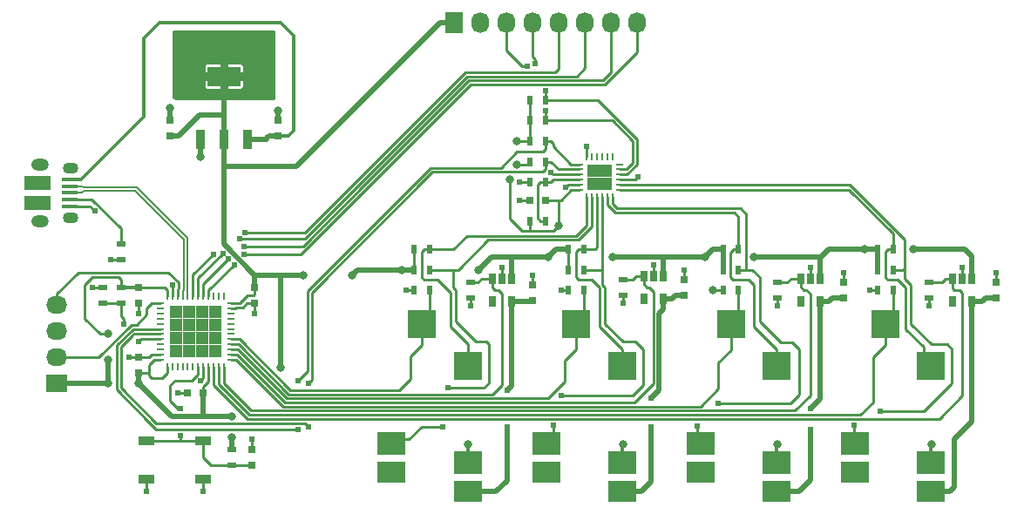
<source format=gtl>
G04 #@! TF.FileFunction,Copper,L1,Top,Signal*
%FSLAX46Y46*%
G04 Gerber Fmt 4.6, Leading zero omitted, Abs format (unit mm)*
G04 Created by KiCad (PCBNEW 4.0.1-3.201512221402+6198~38~ubuntu14.04.1-stable) date Wed 24 Feb 2016 01:49:48 AM EST*
%MOMM*%
G01*
G04 APERTURE LIST*
%ADD10C,0.100000*%
%ADD11R,0.650000X1.060000*%
%ADD12O,0.250000X0.800000*%
%ADD13O,0.800000X0.250000*%
%ADD14R,1.250000X1.250000*%
%ADD15R,0.250000X0.700000*%
%ADD16R,0.700000X0.250000*%
%ADD17R,1.287500X1.287500*%
%ADD18R,3.250000X1.900000*%
%ADD19R,0.950000X1.900000*%
%ADD20R,1.500000X0.850000*%
%ADD21R,2.800000X2.800000*%
%ADD22R,2.800000X2.200000*%
%ADD23R,2.800000X2.000000*%
%ADD24R,2.032000X1.727200*%
%ADD25O,2.032000X1.727200*%
%ADD26R,0.750000X0.800000*%
%ADD27R,0.800000X0.750000*%
%ADD28R,0.500000X0.900000*%
%ADD29R,0.900000X0.500000*%
%ADD30R,1.650000X0.400000*%
%ADD31O,1.500000X1.100000*%
%ADD32O,1.700000X1.200000*%
%ADD33R,2.500000X1.425000*%
%ADD34R,1.727200X2.032000*%
%ADD35O,1.727200X2.032000*%
%ADD36C,0.610000*%
%ADD37C,0.800000*%
%ADD38C,0.320000*%
%ADD39C,0.480000*%
%ADD40C,0.240000*%
%ADD41C,0.170000*%
%ADD42C,0.254000*%
G04 APERTURE END LIST*
D10*
D11*
X162700000Y-87400000D03*
X161750000Y-87400000D03*
X160800000Y-87400000D03*
X160800000Y-89600000D03*
X162700000Y-89600000D03*
X147950000Y-87400000D03*
X147000000Y-87400000D03*
X146050000Y-87400000D03*
X146050000Y-89600000D03*
X147950000Y-89600000D03*
X132700000Y-87150000D03*
X131750000Y-87150000D03*
X130800000Y-87150000D03*
X130800000Y-89350000D03*
X132700000Y-89350000D03*
X117950000Y-87400000D03*
X117000000Y-87400000D03*
X116050000Y-87400000D03*
X116050000Y-89600000D03*
X117950000Y-89600000D03*
D12*
X125250000Y-79450000D03*
X125750000Y-79450000D03*
X126250000Y-79450000D03*
X126750000Y-79450000D03*
X127250000Y-79450000D03*
X127750000Y-79450000D03*
D13*
X128450000Y-78750000D03*
X128450000Y-78250000D03*
X128450000Y-77750000D03*
X128450000Y-77250000D03*
X128450000Y-76750000D03*
X128450000Y-76250000D03*
D12*
X127750000Y-75550000D03*
X127250000Y-75550000D03*
X126750000Y-75550000D03*
X126250000Y-75550000D03*
X125750000Y-75550000D03*
X125250000Y-75550000D03*
D13*
X124550000Y-76250000D03*
X124550000Y-76750000D03*
X124550000Y-77250000D03*
X124550000Y-77750000D03*
X124550000Y-78250000D03*
X124550000Y-78750000D03*
D14*
X127125000Y-76875000D03*
X125875000Y-76875000D03*
X127125000Y-78125000D03*
X125875000Y-78125000D03*
D15*
X84500000Y-95900000D03*
X85000000Y-95900000D03*
X85500000Y-95900000D03*
X86000000Y-95900000D03*
X86500000Y-95900000D03*
X87000000Y-95900000D03*
X87500000Y-95900000D03*
X88000000Y-95900000D03*
X88500000Y-95900000D03*
X89000000Y-95900000D03*
X89500000Y-95900000D03*
X90000000Y-95900000D03*
D16*
X90650000Y-95250000D03*
X90650000Y-94750000D03*
X90650000Y-94250000D03*
X90650000Y-93750000D03*
X90650000Y-93250000D03*
X90650000Y-92750000D03*
X90650000Y-92250000D03*
X90650000Y-91750000D03*
X90650000Y-91250000D03*
X90650000Y-90750000D03*
X90650000Y-90250000D03*
X90650000Y-89750000D03*
D15*
X90000000Y-89100000D03*
X89500000Y-89100000D03*
X89000000Y-89100000D03*
X88500000Y-89100000D03*
X88000000Y-89100000D03*
X87500000Y-89100000D03*
X87000000Y-89100000D03*
X86500000Y-89100000D03*
X86000000Y-89100000D03*
X85500000Y-89100000D03*
X85000000Y-89100000D03*
X84500000Y-89100000D03*
D16*
X83850000Y-89750000D03*
X83850000Y-90250000D03*
X83850000Y-90750000D03*
X83850000Y-91250000D03*
X83850000Y-91750000D03*
X83850000Y-92250000D03*
X83850000Y-92750000D03*
X83850000Y-93250000D03*
X83850000Y-93750000D03*
X83850000Y-94250000D03*
X83850000Y-94750000D03*
X83850000Y-95250000D03*
D17*
X89181250Y-90568750D03*
X87893750Y-90568750D03*
X86606250Y-90568750D03*
X85318750Y-90568750D03*
X89181250Y-91856250D03*
X87893750Y-91856250D03*
X86606250Y-91856250D03*
X85318750Y-91856250D03*
X89181250Y-93143750D03*
X87893750Y-93143750D03*
X86606250Y-93143750D03*
X85318750Y-93143750D03*
X89181250Y-94431250D03*
X87893750Y-94431250D03*
X86606250Y-94431250D03*
X85318750Y-94431250D03*
D18*
X90000000Y-67700000D03*
D19*
X87700000Y-73800000D03*
X90000000Y-73800000D03*
X92300000Y-73800000D03*
D20*
X82500000Y-106850000D03*
X88000000Y-106850000D03*
X88000000Y-103150000D03*
X82500000Y-103150000D03*
D21*
X154250000Y-91750000D03*
X158700000Y-95850000D03*
D22*
X158700000Y-105250000D03*
D23*
X158700000Y-108050000D03*
X151300000Y-106150000D03*
D22*
X151300000Y-103350000D03*
D21*
X124250000Y-91750000D03*
X128700000Y-95850000D03*
D22*
X128700000Y-105250000D03*
D23*
X128700000Y-108050000D03*
X121300000Y-106150000D03*
D22*
X121300000Y-103350000D03*
D21*
X139250000Y-91750000D03*
X143700000Y-95850000D03*
D22*
X143700000Y-105250000D03*
D23*
X143700000Y-108050000D03*
X136300000Y-106150000D03*
D22*
X136300000Y-103350000D03*
D21*
X109250000Y-91750000D03*
X113700000Y-95850000D03*
D22*
X113700000Y-105250000D03*
D23*
X113700000Y-108050000D03*
X106300000Y-106150000D03*
D22*
X106300000Y-103350000D03*
D24*
X73750000Y-97580000D03*
D25*
X73750000Y-95040000D03*
X73750000Y-92500000D03*
X73750000Y-89960000D03*
D26*
X95250000Y-73500000D03*
X95250000Y-72000000D03*
X84750000Y-73500000D03*
X84750000Y-72000000D03*
X92750000Y-105500000D03*
X92750000Y-104000000D03*
D27*
X121250000Y-79750000D03*
X119750000Y-79750000D03*
D26*
X81750000Y-88250000D03*
X81750000Y-89750000D03*
D27*
X88000000Y-98500000D03*
X86500000Y-98500000D03*
D26*
X93000000Y-88250000D03*
X93000000Y-89750000D03*
X120000000Y-89500000D03*
X120000000Y-88000000D03*
X134750000Y-89000000D03*
X134750000Y-87500000D03*
X150250000Y-89250000D03*
X150250000Y-87750000D03*
X165000000Y-89250000D03*
X165000000Y-87750000D03*
X81750000Y-96500000D03*
X81750000Y-95000000D03*
D28*
X119750000Y-76000000D03*
X121250000Y-76000000D03*
D29*
X80000000Y-88250000D03*
X80000000Y-89750000D03*
X78250000Y-89750000D03*
X78250000Y-88250000D03*
D28*
X119750000Y-74000000D03*
X121250000Y-74000000D03*
D29*
X90750000Y-104000000D03*
X90750000Y-105500000D03*
X80000000Y-84000000D03*
X80000000Y-85500000D03*
D28*
X119750000Y-81750000D03*
X121250000Y-81750000D03*
X121250000Y-78000000D03*
X119750000Y-78000000D03*
X108500000Y-86500000D03*
X110000000Y-86500000D03*
X108500000Y-84500000D03*
X110000000Y-84500000D03*
X123500000Y-86500000D03*
X125000000Y-86500000D03*
X123500000Y-84500000D03*
X125000000Y-84500000D03*
X138500000Y-86500000D03*
X140000000Y-86500000D03*
X138500000Y-84500000D03*
X140000000Y-84500000D03*
X153500000Y-86500000D03*
X155000000Y-86500000D03*
X153500000Y-84500000D03*
X155000000Y-84500000D03*
X110000000Y-88500000D03*
X108500000Y-88500000D03*
X140000000Y-88500000D03*
X138500000Y-88500000D03*
X125000000Y-88500000D03*
X123500000Y-88500000D03*
X155000000Y-88500000D03*
X153500000Y-88500000D03*
D29*
X114000000Y-87750000D03*
X114000000Y-89250000D03*
X128750000Y-87500000D03*
X128750000Y-89000000D03*
X143750000Y-87750000D03*
X143750000Y-89250000D03*
X158500000Y-87750000D03*
X158500000Y-89250000D03*
D28*
X119750000Y-72000000D03*
X121250000Y-72000000D03*
X119750000Y-70000000D03*
X121250000Y-70000000D03*
D30*
X75000000Y-77725000D03*
X75000000Y-78375000D03*
X75000000Y-79024100D03*
X75000000Y-79675000D03*
X75000000Y-80325000D03*
D31*
X75125000Y-76600000D03*
X75125000Y-81450000D03*
D32*
X72125000Y-76300000D03*
X72125000Y-81750000D03*
D33*
X71875000Y-78062500D03*
X71875000Y-79987500D03*
D34*
X112380000Y-62500000D03*
D35*
X114920000Y-62500000D03*
X117460000Y-62500000D03*
X120000000Y-62500000D03*
X122540000Y-62500000D03*
X125080000Y-62500000D03*
X127620000Y-62500000D03*
X130160000Y-62500000D03*
D36*
X71875000Y-78062500D03*
X71875000Y-79987500D03*
X77461336Y-80788664D03*
X130250000Y-77500000D03*
X125250000Y-74500000D03*
X82500000Y-108000000D03*
X88000000Y-108000000D03*
X92750000Y-103000000D03*
X93000000Y-90750000D03*
X85500000Y-98500000D03*
X80750000Y-95000000D03*
X77250000Y-88250000D03*
D37*
X137500000Y-88500000D03*
X84750000Y-70750000D03*
X87750000Y-75500000D03*
X95250000Y-71000000D03*
D36*
X79000000Y-85500000D03*
X85000000Y-88000000D03*
X81750000Y-90750000D03*
X118750000Y-78000000D03*
X118750000Y-79750000D03*
X123211336Y-78461336D03*
X107750000Y-88500000D03*
X114000000Y-90000000D03*
X117000000Y-86250000D03*
X120000000Y-87000000D03*
X122750000Y-88500000D03*
X134750000Y-86500000D03*
X131750000Y-86000000D03*
X128750000Y-89750000D03*
X147000000Y-86250000D03*
X143750000Y-90000000D03*
X150250000Y-86750000D03*
D37*
X113750000Y-103500000D03*
X128750000Y-103500000D03*
X143750000Y-103500000D03*
X158750000Y-103500000D03*
D36*
X152750000Y-88500000D03*
X161750000Y-86250000D03*
X165000000Y-86750000D03*
X158500000Y-90000000D03*
X87750000Y-97250000D03*
X121773249Y-77011624D03*
D37*
X78750000Y-92750000D03*
X78750000Y-95250000D03*
X78750000Y-97500000D03*
X81750000Y-97500000D03*
X90750000Y-102750000D03*
X90750000Y-100720000D03*
X95500000Y-96000000D03*
X118500000Y-74000000D03*
X118500000Y-76250000D03*
X117750000Y-77750000D03*
X122500000Y-82250000D03*
X157000000Y-84500000D03*
X152250000Y-84500000D03*
X141500000Y-85250000D03*
X136750000Y-85250000D03*
X127750000Y-85250000D03*
X121500000Y-85250000D03*
X114750000Y-86500000D03*
X107250000Y-86500000D03*
X102500000Y-87000000D03*
X97750000Y-87000000D03*
D36*
X85750000Y-102585010D03*
X85750000Y-100000000D03*
X117500000Y-101750000D03*
X117500000Y-98250000D03*
X131500000Y-101750000D03*
X131500000Y-99000000D03*
X147000000Y-102000000D03*
X147000000Y-100000000D03*
X111250000Y-101750000D03*
X111750000Y-98000000D03*
X136000000Y-101700000D03*
X138000000Y-99500000D03*
X122000000Y-101585010D03*
X122750000Y-98750000D03*
X151250000Y-101585010D03*
X153750000Y-100250000D03*
X98250000Y-97500000D03*
X98250000Y-101750000D03*
X80250000Y-91750000D03*
X81750000Y-93500000D03*
X97250000Y-97250000D03*
X97250000Y-102000000D03*
X88997388Y-84997388D03*
X92044474Y-82914990D03*
X89911053Y-84911053D03*
X91500000Y-83500000D03*
X90455526Y-85455526D03*
X92000000Y-84229997D03*
X92000000Y-85000000D03*
X91000000Y-86000000D03*
X119500000Y-66714960D03*
X121250000Y-71000000D03*
X120250000Y-66500000D03*
X121250000Y-69085010D03*
D38*
X96750000Y-73000000D02*
X96250000Y-73500000D01*
X96250000Y-73500000D02*
X95250000Y-73500000D01*
X96750000Y-63750000D02*
X96750000Y-73000000D01*
X95500000Y-62500000D02*
X96750000Y-63750000D01*
X83750000Y-62500000D02*
X95500000Y-62500000D01*
X82250000Y-64000000D02*
X83750000Y-62500000D01*
X82250000Y-71620000D02*
X82250000Y-64000000D01*
X75000000Y-77725000D02*
X76145000Y-77725000D01*
X76145000Y-77725000D02*
X82250000Y-71620000D01*
D39*
X94200000Y-73800000D02*
X94200000Y-73695000D01*
X94200000Y-73695000D02*
X94395000Y-73500000D01*
X94395000Y-73500000D02*
X95250000Y-73500000D01*
X92300000Y-73800000D02*
X94200000Y-73800000D01*
D40*
X75000000Y-80325000D02*
X76997672Y-80325000D01*
X76997672Y-80325000D02*
X77461336Y-80788664D01*
X128450000Y-77750000D02*
X130000000Y-77750000D01*
X130000000Y-77750000D02*
X130250000Y-77500000D01*
X125250000Y-75550000D02*
X125250000Y-74500000D01*
X82500000Y-106850000D02*
X82500000Y-108000000D01*
X88000000Y-106850000D02*
X88000000Y-108000000D01*
X92750000Y-104000000D02*
X92750000Y-103000000D01*
X93000000Y-89750000D02*
X93000000Y-90750000D01*
X86500000Y-98500000D02*
X85500000Y-98500000D01*
X82750000Y-95000000D02*
X81750000Y-95000000D01*
X83000000Y-94750000D02*
X82750000Y-95000000D01*
X83850000Y-94750000D02*
X83000000Y-94750000D01*
X81750000Y-95000000D02*
X80750000Y-95000000D01*
X78250000Y-88250000D02*
X77250000Y-88250000D01*
X138500000Y-88500000D02*
X137500000Y-88500000D01*
D39*
X84750000Y-72000000D02*
X84750000Y-70750000D01*
X87700000Y-73800000D02*
X87700000Y-75450000D01*
X87700000Y-75450000D02*
X87750000Y-75500000D01*
X95250000Y-72000000D02*
X95250000Y-71000000D01*
D40*
X80000000Y-85500000D02*
X79000000Y-85500000D01*
X85000000Y-89100000D02*
X85000000Y-88000000D01*
X81750000Y-89750000D02*
X81750000Y-90750000D01*
X91849990Y-90150010D02*
X92250000Y-89750000D01*
X92250000Y-89750000D02*
X93000000Y-89750000D01*
X90650000Y-90250000D02*
X91129002Y-90250000D01*
X91129002Y-90250000D02*
X91228992Y-90150010D01*
X91228992Y-90150010D02*
X91849990Y-90150010D01*
X119750000Y-78000000D02*
X118750000Y-78000000D01*
X119750000Y-79750000D02*
X118750000Y-79750000D01*
X124550000Y-78250000D02*
X123422672Y-78250000D01*
X123422672Y-78250000D02*
X123211336Y-78461336D01*
X108500000Y-88500000D02*
X107750000Y-88500000D01*
X114000000Y-89250000D02*
X114000000Y-90000000D01*
X117000000Y-87400000D02*
X117000000Y-86250000D01*
X120000000Y-88000000D02*
X120000000Y-87000000D01*
X123500000Y-88500000D02*
X122750000Y-88500000D01*
X134750000Y-87500000D02*
X134750000Y-86500000D01*
X131750000Y-87150000D02*
X131750000Y-86000000D01*
X128750000Y-89000000D02*
X128750000Y-89750000D01*
X147000000Y-87400000D02*
X147000000Y-86250000D01*
X143750000Y-89250000D02*
X143750000Y-90000000D01*
X150250000Y-87750000D02*
X150250000Y-86750000D01*
D38*
X113700000Y-105250000D02*
X113700000Y-103550000D01*
X113700000Y-103550000D02*
X113750000Y-103500000D01*
X128700000Y-105250000D02*
X128700000Y-103550000D01*
X128700000Y-103550000D02*
X128750000Y-103500000D01*
X143700000Y-105250000D02*
X143700000Y-103550000D01*
X143700000Y-103550000D02*
X143750000Y-103500000D01*
X158700000Y-105250000D02*
X158700000Y-103550000D01*
X158700000Y-103550000D02*
X158750000Y-103500000D01*
D40*
X153500000Y-88500000D02*
X152750000Y-88500000D01*
X161750000Y-87400000D02*
X161750000Y-86250000D01*
X165000000Y-87750000D02*
X165000000Y-86750000D01*
X158500000Y-89250000D02*
X158500000Y-90000000D01*
X88000000Y-95900000D02*
X88000000Y-97000000D01*
X88000000Y-97000000D02*
X87750000Y-97250000D01*
D39*
X90000000Y-73800000D02*
X90000000Y-76500000D01*
X90000000Y-76500000D02*
X90000000Y-84000000D01*
X112380000Y-62500000D02*
X111036400Y-62500000D01*
X111036400Y-62500000D02*
X97036400Y-76500000D01*
X97036400Y-76500000D02*
X90000000Y-76500000D01*
D40*
X119750000Y-72000000D02*
X119750000Y-74000000D01*
X119750000Y-70000000D02*
X119750000Y-72000000D01*
X124550000Y-77250000D02*
X122011625Y-77250000D01*
X122011625Y-77250000D02*
X121773249Y-77011624D01*
X82750000Y-96500000D02*
X82750000Y-96750000D01*
X82750000Y-96500000D02*
X81750000Y-96500000D01*
X82750000Y-95750000D02*
X82750000Y-96500000D01*
X83850000Y-95250000D02*
X83250000Y-95250000D01*
X83250000Y-95250000D02*
X82750000Y-95750000D01*
X82750000Y-96750000D02*
X83000000Y-97000000D01*
X83000000Y-97000000D02*
X83990000Y-97000000D01*
X83990000Y-97000000D02*
X84500000Y-96490000D01*
X84500000Y-96490000D02*
X84500000Y-95900000D01*
X78750000Y-92750000D02*
X78000000Y-92750000D01*
X78000000Y-92750000D02*
X76500000Y-91250000D01*
X76500000Y-91250000D02*
X76500000Y-88000000D01*
X80000000Y-87500000D02*
X80000000Y-88250000D01*
X76500000Y-88000000D02*
X77250000Y-87250000D01*
X77250000Y-87250000D02*
X79750000Y-87250000D01*
X79750000Y-87250000D02*
X80000000Y-87500000D01*
D39*
X78750000Y-97500000D02*
X78750000Y-95250000D01*
X78750000Y-97500000D02*
X73830000Y-97500000D01*
X73830000Y-97500000D02*
X73750000Y-97580000D01*
X90750000Y-100720000D02*
X88000000Y-100720000D01*
X88000000Y-100720000D02*
X84970000Y-100720000D01*
X88000000Y-98500000D02*
X88000000Y-100720000D01*
X84970000Y-100720000D02*
X81750000Y-97500000D01*
X81750000Y-97500000D02*
X81750000Y-96500000D01*
X90750000Y-102750000D02*
X90750000Y-104000000D01*
X95500000Y-87000000D02*
X97750000Y-87000000D01*
X93000000Y-87000000D02*
X95500000Y-87000000D01*
X95500000Y-87000000D02*
X95500000Y-96000000D01*
D38*
X81750000Y-88250000D02*
X80000000Y-88250000D01*
D40*
X119750000Y-74000000D02*
X118500000Y-74000000D01*
X118500000Y-76250000D02*
X119500000Y-76250000D01*
X119500000Y-76250000D02*
X119750000Y-76000000D01*
X119000000Y-82750000D02*
X117750000Y-81500000D01*
X117750000Y-81500000D02*
X117750000Y-77750000D01*
X119750000Y-82750000D02*
X119000000Y-82750000D01*
X119750000Y-82750000D02*
X119750000Y-81750000D01*
X122000000Y-82750000D02*
X119750000Y-82750000D01*
X122500000Y-82250000D02*
X122000000Y-82750000D01*
X122750000Y-79750000D02*
X122500000Y-79750000D01*
X123750000Y-78750000D02*
X122750000Y-79750000D01*
X121250000Y-79750000D02*
X122500000Y-79750000D01*
X122500000Y-79750000D02*
X122500000Y-82250000D01*
D39*
X162000000Y-84500000D02*
X162700000Y-85200000D01*
X162700000Y-85200000D02*
X162700000Y-87400000D01*
X157000000Y-84500000D02*
X162000000Y-84500000D01*
X151750000Y-84500000D02*
X153500000Y-84500000D01*
X148750000Y-84500000D02*
X151750000Y-84500000D01*
X151750000Y-84500000D02*
X152250000Y-84500000D01*
X153500000Y-84500000D02*
X153500000Y-86500000D01*
X148000000Y-85250000D02*
X148750000Y-84500000D01*
X148000000Y-85250000D02*
X147950000Y-85300000D01*
X147950000Y-85300000D02*
X147950000Y-87400000D01*
X141500000Y-85250000D02*
X148000000Y-85250000D01*
X138500000Y-84500000D02*
X138500000Y-86500000D01*
X136750000Y-85250000D02*
X137500000Y-84500000D01*
X137500000Y-84500000D02*
X138500000Y-84500000D01*
X132750000Y-85250000D02*
X136750000Y-85250000D01*
X132750000Y-85250000D02*
X132700000Y-85300000D01*
X132700000Y-85300000D02*
X132700000Y-87150000D01*
X127750000Y-85250000D02*
X132750000Y-85250000D01*
X121500000Y-85250000D02*
X122250000Y-84500000D01*
X122250000Y-84500000D02*
X123500000Y-84500000D01*
X118000000Y-85250000D02*
X121500000Y-85250000D01*
X114750000Y-86500000D02*
X116000000Y-85250000D01*
X116000000Y-85250000D02*
X118000000Y-85250000D01*
X118000000Y-85250000D02*
X117950000Y-85300000D01*
X117950000Y-85300000D02*
X117950000Y-87400000D01*
X107000000Y-86500000D02*
X108500000Y-86500000D01*
X103000000Y-86500000D02*
X107000000Y-86500000D01*
X107000000Y-86500000D02*
X107250000Y-86500000D01*
X102500000Y-87000000D02*
X103000000Y-86500000D01*
X90000000Y-84000000D02*
X93000000Y-87000000D01*
X93000000Y-87000000D02*
X93000000Y-88250000D01*
X90000000Y-73800000D02*
X90000000Y-71500000D01*
X90000000Y-71500000D02*
X90000000Y-67700000D01*
X84750000Y-73500000D02*
X85605000Y-73500000D01*
X85605000Y-73500000D02*
X87605000Y-71500000D01*
X87605000Y-71500000D02*
X90000000Y-71500000D01*
D40*
X84240000Y-88250000D02*
X81750000Y-88250000D01*
X84500000Y-89100000D02*
X84500000Y-88510000D01*
X84500000Y-88510000D02*
X84240000Y-88250000D01*
X90650000Y-89750000D02*
X91525000Y-89750000D01*
X91525000Y-89750000D02*
X92275000Y-89000000D01*
X92275000Y-89000000D02*
X92890000Y-89000000D01*
X92890000Y-89000000D02*
X93000000Y-88890000D01*
X93000000Y-88890000D02*
X93000000Y-88250000D01*
X124550000Y-78750000D02*
X123750000Y-78750000D01*
X88000000Y-98500000D02*
X88000000Y-97885000D01*
X88000000Y-97885000D02*
X88500000Y-97385000D01*
X88500000Y-97385000D02*
X88500000Y-96490000D01*
X88500000Y-96490000D02*
X88500000Y-95900000D01*
X123500000Y-84500000D02*
X123500000Y-86500000D01*
X108500000Y-86500000D02*
X108500000Y-84500000D01*
X87010000Y-103150000D02*
X85750000Y-103150000D01*
X85750000Y-103150000D02*
X82500000Y-103150000D01*
X85750000Y-102585010D02*
X85750000Y-103150000D01*
X84750000Y-99250000D02*
X85500000Y-100000000D01*
X85500000Y-100000000D02*
X85750000Y-100000000D01*
X84750000Y-97750000D02*
X84750000Y-99250000D01*
X85250000Y-97250000D02*
X84750000Y-97750000D01*
X86914999Y-97250000D02*
X85250000Y-97250000D01*
X87500000Y-95900000D02*
X87500000Y-96664999D01*
X87500000Y-96664999D02*
X86914999Y-97250000D01*
X88000000Y-103150000D02*
X87010000Y-103150000D01*
X88750000Y-105500000D02*
X88000000Y-104750000D01*
X88000000Y-104750000D02*
X88000000Y-103150000D01*
X90750000Y-105500000D02*
X88750000Y-105500000D01*
X92750000Y-105500000D02*
X90750000Y-105500000D01*
D39*
X117500000Y-107000000D02*
X116450000Y-108050000D01*
X116450000Y-108050000D02*
X113700000Y-108050000D01*
X117500000Y-101750000D02*
X117500000Y-107000000D01*
X117950000Y-89600000D02*
X117950000Y-97800000D01*
X117950000Y-97800000D02*
X117500000Y-98250000D01*
X117950000Y-89600000D02*
X119900000Y-89600000D01*
X119900000Y-89600000D02*
X120000000Y-89500000D01*
X133855000Y-89000000D02*
X134750000Y-89000000D01*
X132700000Y-89350000D02*
X133505000Y-89350000D01*
X133505000Y-89350000D02*
X133855000Y-89000000D01*
X131500000Y-101750000D02*
X131500000Y-107130000D01*
X131500000Y-107130000D02*
X130580000Y-108050000D01*
X130580000Y-108050000D02*
X128700000Y-108050000D01*
X132270010Y-90789990D02*
X132270010Y-98229990D01*
X132270010Y-98229990D02*
X131500000Y-99000000D01*
X132700000Y-89350000D02*
X132700000Y-90360000D01*
X132700000Y-90360000D02*
X132270010Y-90789990D01*
X149105000Y-89250000D02*
X150250000Y-89250000D01*
X147950000Y-89600000D02*
X148755000Y-89600000D01*
X148755000Y-89600000D02*
X149105000Y-89250000D01*
X147000000Y-102000000D02*
X147000000Y-106950000D01*
X147000000Y-106950000D02*
X145900000Y-108050000D01*
X145900000Y-108050000D02*
X143700000Y-108050000D01*
X147950000Y-90610000D02*
X147950000Y-99050000D01*
X147950000Y-99050000D02*
X147000000Y-100000000D01*
X147950000Y-89600000D02*
X147950000Y-90610000D01*
X163650000Y-89600000D02*
X164000000Y-89250000D01*
X164000000Y-89250000D02*
X165000000Y-89250000D01*
X162700000Y-89600000D02*
X163650000Y-89600000D01*
X162700000Y-89600000D02*
X162700000Y-101300000D01*
X162700000Y-101300000D02*
X161000000Y-103000000D01*
X161000000Y-103000000D02*
X161000000Y-107630000D01*
X160580000Y-108050000D02*
X158700000Y-108050000D01*
X161000000Y-107630000D02*
X160580000Y-108050000D01*
D41*
X86500000Y-89100000D02*
X86500000Y-88575000D01*
X86500000Y-88575000D02*
X86420000Y-88495000D01*
X86420000Y-88495000D02*
X86420000Y-83429584D01*
X86420000Y-83429584D02*
X81519966Y-78529550D01*
X75000000Y-78375000D02*
X76237500Y-78375000D01*
X76392050Y-78529550D02*
X81519966Y-78529550D01*
X76237500Y-78375000D02*
X76392050Y-78529550D01*
X86000000Y-89100000D02*
X86000000Y-88575000D01*
X86000000Y-88575000D02*
X86080000Y-88495000D01*
X86080000Y-88495000D02*
X86080000Y-83570416D01*
X86080000Y-83570416D02*
X81379134Y-78869550D01*
X75000000Y-79024100D02*
X76237500Y-79024100D01*
X76237500Y-79024100D02*
X76392050Y-78869550D01*
X76392050Y-78869550D02*
X81379134Y-78869550D01*
D40*
X80000000Y-84000000D02*
X80000000Y-82500000D01*
X80000000Y-82500000D02*
X77175000Y-79675000D01*
X77175000Y-79675000D02*
X75000000Y-79675000D01*
X83850000Y-89750000D02*
X83000000Y-89750000D01*
X81515812Y-91849990D02*
X81018613Y-91849990D01*
X83000000Y-89750000D02*
X82500000Y-90250000D01*
X82500000Y-90250000D02*
X82500000Y-90865802D01*
X82500000Y-90865802D02*
X81515812Y-91849990D01*
X81018613Y-91849990D02*
X77828603Y-95040000D01*
X77828603Y-95040000D02*
X73750000Y-95040000D01*
X85500000Y-89100000D02*
X85500000Y-88365802D01*
X85500000Y-88365802D02*
X85585001Y-88280801D01*
X84615802Y-86750000D02*
X75856400Y-86750000D01*
X85585001Y-88280801D02*
X85585001Y-87719199D01*
X85585001Y-87719199D02*
X84615802Y-86750000D01*
X75856400Y-86750000D02*
X73750000Y-88856400D01*
X73750000Y-88856400D02*
X73750000Y-89960000D01*
X110000000Y-88500000D02*
X110000000Y-91000000D01*
X110000000Y-91000000D02*
X109250000Y-91750000D01*
X90650000Y-93250000D02*
X91502792Y-93250000D01*
X91502792Y-93250000D02*
X96452722Y-98199930D01*
X96452722Y-98199930D02*
X107000070Y-98199930D01*
X107000070Y-98199930D02*
X108100000Y-97100000D01*
X108100000Y-97100000D02*
X108100000Y-94950000D01*
X108100000Y-94950000D02*
X109250000Y-93800000D01*
X109250000Y-93800000D02*
X109250000Y-91750000D01*
X112000000Y-92000000D02*
X113700000Y-93700000D01*
X113700000Y-93700000D02*
X113700000Y-95850000D01*
X112000000Y-88750000D02*
X112000000Y-92000000D01*
X110750000Y-87500000D02*
X112000000Y-88750000D01*
X109500000Y-87500000D02*
X110750000Y-87500000D01*
X109260000Y-87260000D02*
X109500000Y-87500000D01*
X109260000Y-84750000D02*
X109260000Y-87260000D01*
X110000000Y-84500000D02*
X109510000Y-84500000D01*
X109510000Y-84500000D02*
X109260000Y-84750000D01*
X125250000Y-79450000D02*
X125250000Y-82200000D01*
X125250000Y-82200000D02*
X124250010Y-83199990D01*
X124250010Y-83199990D02*
X113600010Y-83199990D01*
X113600010Y-83199990D02*
X112300000Y-84500000D01*
X112300000Y-84500000D02*
X110000000Y-84500000D01*
X111250000Y-101750000D02*
X109250000Y-101750000D01*
X108000000Y-103000000D02*
X106650000Y-103000000D01*
X106650000Y-103000000D02*
X106300000Y-103350000D01*
X109250000Y-101750000D02*
X108000000Y-103000000D01*
X112500000Y-98000000D02*
X111750000Y-98000000D01*
X115250000Y-98000000D02*
X112500000Y-98000000D01*
X115750000Y-97500000D02*
X115250000Y-98000000D01*
X115750000Y-97104002D02*
X115750000Y-97500000D01*
X115750000Y-93750000D02*
X115750000Y-97104002D01*
X115500000Y-93500000D02*
X115750000Y-93750000D01*
X114500000Y-93500000D02*
X115500000Y-93500000D01*
X112500000Y-91500000D02*
X114500000Y-93500000D01*
X112500000Y-88500000D02*
X112500000Y-91500000D01*
X112250000Y-88250000D02*
X112500000Y-88500000D01*
X112250000Y-86500000D02*
X110750000Y-86500000D01*
X112750000Y-86500000D02*
X112250000Y-86500000D01*
X112250000Y-86500000D02*
X112250000Y-88250000D01*
X110950000Y-86500000D02*
X110750000Y-86500000D01*
X110750000Y-86500000D02*
X110000000Y-86500000D01*
X115650000Y-83600000D02*
X112750000Y-86500000D01*
X124450000Y-83600000D02*
X115650000Y-83600000D01*
X125750000Y-82300000D02*
X124450000Y-83600000D01*
X125750000Y-79450000D02*
X125750000Y-82300000D01*
X140000000Y-88500000D02*
X140000000Y-91000000D01*
X140000000Y-91000000D02*
X139250000Y-91750000D01*
X138050000Y-95550000D02*
X139250000Y-94350000D01*
X139250000Y-94350000D02*
X139250000Y-91750000D01*
X138050000Y-98050000D02*
X138050000Y-95550000D01*
X136300030Y-99799970D02*
X138050000Y-98050000D01*
X95789970Y-99799970D02*
X136300030Y-99799970D01*
X90650000Y-95250000D02*
X91240000Y-95250000D01*
X91240000Y-95250000D02*
X95789970Y-99799970D01*
X140000000Y-84500000D02*
X139510000Y-84500000D01*
X143700000Y-94210000D02*
X143700000Y-95850000D01*
X139510000Y-84500000D02*
X139200000Y-84810000D01*
X139200000Y-84810000D02*
X139200000Y-87200000D01*
X139200000Y-87200000D02*
X139500000Y-87500000D01*
X139500000Y-87500000D02*
X141000000Y-87500000D01*
X141000000Y-87500000D02*
X141500000Y-88000000D01*
X141500000Y-92010000D02*
X143700000Y-94210000D01*
X141500000Y-88000000D02*
X141500000Y-92010000D01*
X139600010Y-80950010D02*
X140000000Y-81350000D01*
X140000000Y-81350000D02*
X140000000Y-84500000D01*
X128044311Y-80950010D02*
X139600010Y-80950010D01*
X127250000Y-79450000D02*
X127250000Y-80155698D01*
X127250000Y-80155698D02*
X128044311Y-80950010D01*
X140650000Y-86500000D02*
X140750000Y-86500000D01*
X140200000Y-80550000D02*
X140750000Y-81100000D01*
X140750000Y-86500000D02*
X141250000Y-86500000D01*
X140750000Y-81100000D02*
X140750000Y-86500000D01*
X141250000Y-86500000D02*
X141300000Y-86500000D01*
X127750000Y-79450000D02*
X127750000Y-80090000D01*
X127750000Y-80090000D02*
X128210000Y-80550000D01*
X128210000Y-80550000D02*
X140200000Y-80550000D01*
X136000000Y-101700000D02*
X136000000Y-103050000D01*
X136000000Y-103050000D02*
X136300000Y-103350000D01*
X145900000Y-98650000D02*
X145050000Y-99500000D01*
X145050000Y-99500000D02*
X138000000Y-99500000D01*
X145900000Y-94250000D02*
X145900000Y-98650000D01*
X145250000Y-93600000D02*
X145900000Y-94250000D01*
X144150000Y-93600000D02*
X145250000Y-93600000D01*
X142050000Y-91500000D02*
X144150000Y-93600000D01*
X142050000Y-87250000D02*
X142050000Y-91500000D01*
X141300000Y-86500000D02*
X142050000Y-87250000D01*
X140000000Y-86500000D02*
X140650000Y-86500000D01*
X125000000Y-88500000D02*
X125000000Y-91000000D01*
X125000000Y-91000000D02*
X124250000Y-91750000D01*
X123150000Y-95350000D02*
X124250000Y-94250000D01*
X124250000Y-94250000D02*
X124250000Y-91750000D01*
X123150000Y-97350000D02*
X123150000Y-95350000D01*
X121500050Y-98999950D02*
X123150000Y-97350000D01*
X96121346Y-98999950D02*
X121500050Y-98999950D01*
X90650000Y-94250000D02*
X91371396Y-94250000D01*
X91371396Y-94250000D02*
X96121346Y-98999950D01*
X125000000Y-84500000D02*
X124510000Y-84500000D01*
X124510000Y-84500000D02*
X124250000Y-84760000D01*
X128700000Y-94200000D02*
X128700000Y-95850000D01*
X124250000Y-84760000D02*
X124250000Y-87250000D01*
X124250000Y-87250000D02*
X124500000Y-87500000D01*
X125750000Y-87500000D02*
X126500000Y-88250000D01*
X124500000Y-87500000D02*
X125750000Y-87500000D01*
X126500000Y-88250000D02*
X126500000Y-92000000D01*
X126500000Y-92000000D02*
X128700000Y-94200000D01*
X126250000Y-79450000D02*
X126250000Y-84300000D01*
X126250000Y-84300000D02*
X126050000Y-84500000D01*
X126050000Y-84500000D02*
X125000000Y-84500000D01*
X122000000Y-101585010D02*
X122000000Y-102650000D01*
X122000000Y-102650000D02*
X121300000Y-103350000D01*
X130750000Y-97750000D02*
X129750000Y-98750000D01*
X129750000Y-98750000D02*
X122750000Y-98750000D01*
X130750000Y-94250000D02*
X130750000Y-97750000D01*
X130000000Y-93500000D02*
X130750000Y-94250000D01*
X128750000Y-93500000D02*
X130000000Y-93500000D01*
X127000000Y-91750000D02*
X128750000Y-93500000D01*
X127000000Y-88184301D02*
X127000000Y-91750000D01*
X126750000Y-87750000D02*
X126750000Y-87934301D01*
X126750000Y-87934301D02*
X127000000Y-88184301D01*
X126750000Y-86500000D02*
X126750000Y-87750000D01*
X125800000Y-86500000D02*
X125500000Y-86500000D01*
X125500000Y-86500000D02*
X125000000Y-86500000D01*
X126750000Y-79450000D02*
X126750000Y-86500000D01*
X126750000Y-86500000D02*
X125500000Y-86500000D01*
X155000000Y-88500000D02*
X155000000Y-91000000D01*
X155000000Y-91000000D02*
X154250000Y-91750000D01*
X89500000Y-95900000D02*
X89500000Y-97600000D01*
X89500000Y-97600000D02*
X92499990Y-100599990D01*
X92499990Y-100599990D02*
X151850010Y-100599990D01*
X151850010Y-100599990D02*
X153050000Y-99400000D01*
X153050000Y-99400000D02*
X153050000Y-95000000D01*
X153050000Y-95000000D02*
X154250000Y-93800000D01*
X154250000Y-93800000D02*
X154250000Y-91750000D01*
X155000000Y-84500000D02*
X154510000Y-84500000D01*
X154510000Y-84500000D02*
X154260000Y-84750000D01*
X155500000Y-87500000D02*
X156250000Y-88250000D01*
X154260000Y-84750000D02*
X154260000Y-87260000D01*
X154500000Y-87500000D02*
X155500000Y-87500000D01*
X154260000Y-87260000D02*
X154500000Y-87500000D01*
X156250000Y-88250000D02*
X156250000Y-92250000D01*
X158000000Y-94000000D02*
X158000000Y-95150000D01*
X156250000Y-92250000D02*
X158000000Y-94000000D01*
X158000000Y-95150000D02*
X158700000Y-95850000D01*
X150750000Y-78750000D02*
X155000000Y-83000000D01*
X155000000Y-83000000D02*
X155000000Y-84500000D01*
X128450000Y-78750000D02*
X150750000Y-78750000D01*
X151250000Y-101585010D02*
X151250000Y-103300000D01*
X151250000Y-103300000D02*
X151300000Y-103350000D01*
X158000000Y-100250000D02*
X153750000Y-100250000D01*
X160750000Y-97500000D02*
X158000000Y-100250000D01*
X160750000Y-94250000D02*
X160750000Y-97500000D01*
X160250000Y-93750000D02*
X160750000Y-94250000D01*
X158750000Y-93750000D02*
X160250000Y-93750000D01*
X156750000Y-91750000D02*
X158750000Y-93750000D01*
X156750000Y-88000000D02*
X156750000Y-91750000D01*
X156100000Y-87350000D02*
X156750000Y-88000000D01*
X156100000Y-86400000D02*
X156100000Y-87350000D01*
X128450000Y-78250000D02*
X150815698Y-78250000D01*
X150815698Y-78250000D02*
X156100000Y-83534302D01*
X156100000Y-83534302D02*
X156100000Y-86400000D01*
X156100000Y-86400000D02*
X156000000Y-86500000D01*
X156000000Y-86500000D02*
X155800000Y-86500000D01*
X155800000Y-86500000D02*
X155000000Y-86500000D01*
X121000000Y-77000000D02*
X121250000Y-76750000D01*
X121250000Y-76750000D02*
X121250000Y-76000000D01*
X110250000Y-77000000D02*
X121000000Y-77000000D01*
X98554999Y-88695001D02*
X110250000Y-77000000D01*
X98250000Y-97500000D02*
X98554999Y-97195001D01*
X98554999Y-97195001D02*
X98554999Y-88695001D01*
X93534311Y-101400010D02*
X97900010Y-101400010D01*
X97900010Y-101400010D02*
X98250000Y-101750000D01*
X80000000Y-98000000D02*
X83400010Y-101400010D01*
X83400010Y-101400010D02*
X93534311Y-101400010D01*
X80000000Y-94000000D02*
X80000000Y-98000000D01*
X81094999Y-92905001D02*
X80000000Y-94000000D01*
X81250000Y-92750000D02*
X81094999Y-92905001D01*
X83850000Y-92750000D02*
X81250000Y-92750000D01*
X121250000Y-76000000D02*
X121740000Y-76000000D01*
X121740000Y-76000000D02*
X122490000Y-76750000D01*
X122490000Y-76750000D02*
X123910000Y-76750000D01*
X123910000Y-76750000D02*
X124550000Y-76750000D01*
X80250000Y-91750000D02*
X80250000Y-91250000D01*
X78250000Y-89750000D02*
X80000000Y-89750000D01*
X80250000Y-91250000D02*
X80000000Y-91000000D01*
X80000000Y-91000000D02*
X80000000Y-89750000D01*
X83850000Y-93250000D02*
X82000000Y-93250000D01*
X82000000Y-93250000D02*
X81750000Y-93500000D01*
X121000000Y-75000000D02*
X121250000Y-74750000D01*
X121250000Y-74750000D02*
X121250000Y-74000000D01*
X118500000Y-75000000D02*
X121000000Y-75000000D01*
X116900010Y-76599990D02*
X118500000Y-75000000D01*
X110084311Y-76599990D02*
X116900010Y-76599990D01*
X98154989Y-96345011D02*
X98154989Y-88529312D01*
X98154989Y-88529312D02*
X110084311Y-76599990D01*
X97250000Y-97250000D02*
X98154989Y-96345011D01*
X82684302Y-101250000D02*
X83434302Y-102000000D01*
X83434302Y-102000000D02*
X97250000Y-102000000D01*
X79599990Y-93834311D02*
X79599990Y-98165689D01*
X79599990Y-98165689D02*
X82684302Y-101250000D01*
X83850000Y-92250000D02*
X81184301Y-92250000D01*
X81184301Y-92250000D02*
X79599990Y-93834311D01*
X122000000Y-74250000D02*
X122000000Y-74500000D01*
X122000000Y-74500000D02*
X123750000Y-76250000D01*
X121750000Y-74000000D02*
X122000000Y-74250000D01*
X121250000Y-74000000D02*
X121750000Y-74000000D01*
X124550000Y-76250000D02*
X123750000Y-76250000D01*
X120500000Y-78250000D02*
X120750000Y-78000000D01*
X120750000Y-78000000D02*
X121250000Y-78000000D01*
X120500000Y-81490000D02*
X120500000Y-78250000D01*
X121250000Y-81750000D02*
X120760000Y-81750000D01*
X120760000Y-81750000D02*
X120500000Y-81490000D01*
X121250000Y-78000000D02*
X121740000Y-78000000D01*
X121740000Y-78000000D02*
X121990000Y-77750000D01*
X121990000Y-77750000D02*
X123910000Y-77750000D01*
X123910000Y-77750000D02*
X124550000Y-77750000D01*
X114000000Y-87750000D02*
X114690000Y-87750000D01*
X114690000Y-87750000D02*
X115040000Y-87400000D01*
X115040000Y-87400000D02*
X116050000Y-87400000D01*
X90650000Y-93750000D02*
X91437094Y-93750000D01*
X91437094Y-93750000D02*
X96287034Y-98599940D01*
X96287034Y-98599940D02*
X116100060Y-98599940D01*
X116100060Y-98599940D02*
X117000000Y-97700000D01*
X117000000Y-97700000D02*
X117000000Y-88800000D01*
X117000000Y-88800000D02*
X116700000Y-88500000D01*
X116700000Y-88500000D02*
X116350000Y-88500000D01*
X116350000Y-88500000D02*
X116050000Y-88200000D01*
X116050000Y-88200000D02*
X116050000Y-87400000D01*
X129750000Y-87500000D02*
X130100000Y-87150000D01*
X130100000Y-87150000D02*
X130800000Y-87150000D01*
X128750000Y-87500000D02*
X129750000Y-87500000D01*
X131300000Y-88200000D02*
X131080000Y-88200000D01*
X131080000Y-88200000D02*
X130800000Y-87920000D01*
X130800000Y-87920000D02*
X130800000Y-87150000D01*
X131750000Y-88650000D02*
X131300000Y-88200000D01*
X131750000Y-97550000D02*
X131750000Y-88650000D01*
X129900040Y-99399960D02*
X131750000Y-97550000D01*
X95955658Y-99399960D02*
X129900040Y-99399960D01*
X90650000Y-94750000D02*
X91305698Y-94750000D01*
X91305698Y-94750000D02*
X95955658Y-99399960D01*
X144750000Y-87750000D02*
X145100000Y-87400000D01*
X145100000Y-87400000D02*
X146050000Y-87400000D01*
X143750000Y-87750000D02*
X144750000Y-87750000D01*
X90000000Y-95900000D02*
X90000000Y-97534302D01*
X90000000Y-97534302D02*
X92665678Y-100199980D01*
X92665678Y-100199980D02*
X145500020Y-100199980D01*
X145500020Y-100199980D02*
X147000000Y-98700000D01*
X146050000Y-88170000D02*
X146050000Y-87400000D01*
X147000000Y-98700000D02*
X147000000Y-88850000D01*
X147000000Y-88850000D02*
X146600000Y-88450000D01*
X146600000Y-88450000D02*
X146330000Y-88450000D01*
X146330000Y-88450000D02*
X146050000Y-88170000D01*
X159750000Y-87750000D02*
X160100000Y-87400000D01*
X160100000Y-87400000D02*
X160800000Y-87400000D01*
X158500000Y-87750000D02*
X159750000Y-87750000D01*
X93510000Y-101000000D02*
X93700000Y-101000000D01*
X93700000Y-101000000D02*
X159500000Y-101000000D01*
X89000000Y-95900000D02*
X89000000Y-97700000D01*
X89000000Y-97700000D02*
X92300000Y-101000000D01*
X92300000Y-101000000D02*
X93700000Y-101000000D01*
X159500000Y-101000000D02*
X161750000Y-98750000D01*
X161750000Y-98750000D02*
X161750000Y-88750000D01*
X161750000Y-88750000D02*
X161500000Y-88500000D01*
X161500000Y-88500000D02*
X161000000Y-88500000D01*
X161000000Y-88500000D02*
X160800000Y-88300000D01*
X160800000Y-88300000D02*
X160800000Y-87400000D01*
X92044474Y-82914990D02*
X97887915Y-82914990D01*
X97887915Y-82914990D02*
X113502933Y-67299970D01*
X122540000Y-65730302D02*
X122540000Y-62500000D01*
X113502933Y-67299970D02*
X122200030Y-67299970D01*
X122200030Y-67299970D02*
X122540000Y-66960000D01*
X122540000Y-66960000D02*
X122540000Y-65730302D01*
X88997388Y-84997388D02*
X87000000Y-86994776D01*
X87000000Y-86994776D02*
X87000000Y-89100000D01*
X91500000Y-83500000D02*
X97868603Y-83500000D01*
X97868603Y-83500000D02*
X113668622Y-67699980D01*
X113668622Y-67699980D02*
X124300020Y-67699980D01*
X124300020Y-67699980D02*
X125080000Y-66920000D01*
X125080000Y-66920000D02*
X125080000Y-63756000D01*
X125080000Y-63756000D02*
X125080000Y-62500000D01*
X89911053Y-84911053D02*
X87500000Y-87322106D01*
X87500000Y-87322106D02*
X87500000Y-89100000D01*
X90455526Y-85455526D02*
X88000000Y-87911052D01*
X88000000Y-87911052D02*
X88000000Y-89100000D01*
X103934301Y-78000001D02*
X97704305Y-84229997D01*
X97704305Y-84229997D02*
X92000000Y-84229997D01*
X103934301Y-78000000D02*
X103934301Y-78000001D01*
X126834312Y-68099990D02*
X113834311Y-68099990D01*
X113834311Y-68099990D02*
X103934301Y-78000000D01*
X127620000Y-67314302D02*
X126834312Y-68099990D01*
X127620000Y-62500000D02*
X127620000Y-67314302D01*
X127000000Y-68500000D02*
X130160000Y-65340000D01*
X130160000Y-65340000D02*
X130160000Y-62500000D01*
X114000000Y-68500000D02*
X127000000Y-68500000D01*
X97500000Y-85000000D02*
X114000000Y-68500000D01*
X92000000Y-85000000D02*
X97500000Y-85000000D01*
X88500000Y-89100000D02*
X88500000Y-88500000D01*
X88500000Y-88500000D02*
X91000000Y-86000000D01*
X118964960Y-66714960D02*
X117460000Y-65210000D01*
X117460000Y-65210000D02*
X117460000Y-62500000D01*
X119500000Y-66714960D02*
X118964960Y-66714960D01*
X121250000Y-72000000D02*
X121250000Y-71000000D01*
X129750000Y-74000000D02*
X127750000Y-72000000D01*
X127750000Y-72000000D02*
X121250000Y-72000000D01*
X129750000Y-76090000D02*
X129750000Y-74000000D01*
X128450000Y-76750000D02*
X129090000Y-76750000D01*
X129090000Y-76750000D02*
X129750000Y-76090000D01*
X120000000Y-65818665D02*
X120000000Y-62500000D01*
X120250000Y-66500000D02*
X120250000Y-66068665D01*
X120250000Y-66068665D02*
X120000000Y-65818665D01*
X121250000Y-70000000D02*
X121250000Y-69085010D01*
X128450000Y-77250000D02*
X129155698Y-77250000D01*
X129155698Y-77250000D02*
X130150010Y-76255689D01*
X130150010Y-76255689D02*
X130150010Y-73834311D01*
X130150010Y-73834311D02*
X126315699Y-70000000D01*
X126315699Y-70000000D02*
X121250000Y-70000000D01*
D42*
G36*
X94873000Y-69873000D02*
X85336851Y-69873000D01*
X85127000Y-69785863D01*
X85127000Y-68054750D01*
X88048000Y-68054750D01*
X88048000Y-68715045D01*
X88097783Y-68835231D01*
X88189770Y-68927217D01*
X88309956Y-68977000D01*
X89645250Y-68977000D01*
X89727000Y-68895250D01*
X89727000Y-67973000D01*
X90273000Y-67973000D01*
X90273000Y-68895250D01*
X90354750Y-68977000D01*
X91690044Y-68977000D01*
X91810230Y-68927217D01*
X91902217Y-68835231D01*
X91952000Y-68715045D01*
X91952000Y-68054750D01*
X91870250Y-67973000D01*
X90273000Y-67973000D01*
X89727000Y-67973000D01*
X88129750Y-67973000D01*
X88048000Y-68054750D01*
X85127000Y-68054750D01*
X85127000Y-66684955D01*
X88048000Y-66684955D01*
X88048000Y-67345250D01*
X88129750Y-67427000D01*
X89727000Y-67427000D01*
X89727000Y-66504750D01*
X90273000Y-66504750D01*
X90273000Y-67427000D01*
X91870250Y-67427000D01*
X91952000Y-67345250D01*
X91952000Y-66684955D01*
X91902217Y-66564769D01*
X91810230Y-66472783D01*
X91690044Y-66423000D01*
X90354750Y-66423000D01*
X90273000Y-66504750D01*
X89727000Y-66504750D01*
X89645250Y-66423000D01*
X88309956Y-66423000D01*
X88189770Y-66472783D01*
X88097783Y-66564769D01*
X88048000Y-66684955D01*
X85127000Y-66684955D01*
X85127000Y-63295000D01*
X94873000Y-63295000D01*
X94873000Y-69873000D01*
X94873000Y-69873000D01*
G37*
X94873000Y-69873000D02*
X85336851Y-69873000D01*
X85127000Y-69785863D01*
X85127000Y-68054750D01*
X88048000Y-68054750D01*
X88048000Y-68715045D01*
X88097783Y-68835231D01*
X88189770Y-68927217D01*
X88309956Y-68977000D01*
X89645250Y-68977000D01*
X89727000Y-68895250D01*
X89727000Y-67973000D01*
X90273000Y-67973000D01*
X90273000Y-68895250D01*
X90354750Y-68977000D01*
X91690044Y-68977000D01*
X91810230Y-68927217D01*
X91902217Y-68835231D01*
X91952000Y-68715045D01*
X91952000Y-68054750D01*
X91870250Y-67973000D01*
X90273000Y-67973000D01*
X89727000Y-67973000D01*
X88129750Y-67973000D01*
X88048000Y-68054750D01*
X85127000Y-68054750D01*
X85127000Y-66684955D01*
X88048000Y-66684955D01*
X88048000Y-67345250D01*
X88129750Y-67427000D01*
X89727000Y-67427000D01*
X89727000Y-66504750D01*
X90273000Y-66504750D01*
X90273000Y-67427000D01*
X91870250Y-67427000D01*
X91952000Y-67345250D01*
X91952000Y-66684955D01*
X91902217Y-66564769D01*
X91810230Y-66472783D01*
X91690044Y-66423000D01*
X90354750Y-66423000D01*
X90273000Y-66504750D01*
X89727000Y-66504750D01*
X89645250Y-66423000D01*
X88309956Y-66423000D01*
X88189770Y-66472783D01*
X88097783Y-66564769D01*
X88048000Y-66684955D01*
X85127000Y-66684955D01*
X85127000Y-63295000D01*
X94873000Y-63295000D01*
X94873000Y-69873000D01*
M02*

</source>
